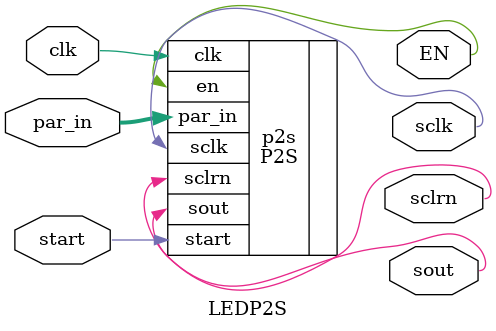
<source format=v>
module LEDP2S(
    input clk,
    input start,
    input[15:0] par_in,
    output sclk,
    output sclrn,
    output sout,
    output EN
);

P2S #(.BIT_WIDTH(16)) p2s
(
    .clk    (clk),
    .start  (start),
    .par_in (par_in),
    .sclk   (sclk),
    .sclrn  (sclrn),
    .sout   (sout),
    .en     (EN)
);

endmodule

</source>
